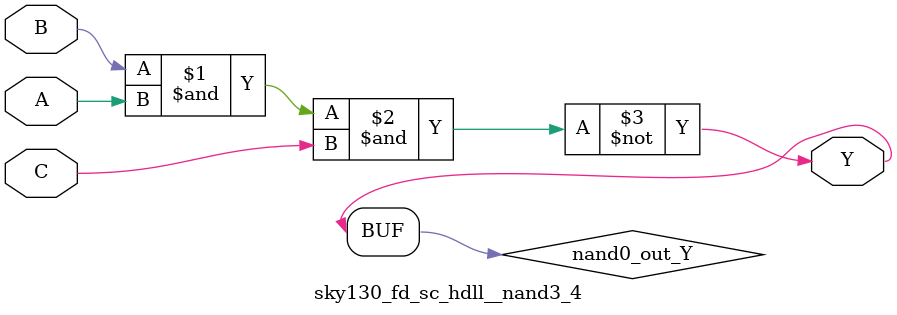
<source format=v>
/*
 * Copyright 2020 The SkyWater PDK Authors
 *
 * Licensed under the Apache License, Version 2.0 (the "License");
 * you may not use this file except in compliance with the License.
 * You may obtain a copy of the License at
 *
 *     https://www.apache.org/licenses/LICENSE-2.0
 *
 * Unless required by applicable law or agreed to in writing, software
 * distributed under the License is distributed on an "AS IS" BASIS,
 * WITHOUT WARRANTIES OR CONDITIONS OF ANY KIND, either express or implied.
 * See the License for the specific language governing permissions and
 * limitations under the License.
 *
 * SPDX-License-Identifier: Apache-2.0
*/


`ifndef SKY130_FD_SC_HDLL__NAND3_4_FUNCTIONAL_V
`define SKY130_FD_SC_HDLL__NAND3_4_FUNCTIONAL_V

/**
 * nand3: 3-input NAND.
 *
 * Verilog simulation functional model.
 */

`timescale 1ns / 1ps
`default_nettype none

`celldefine
module sky130_fd_sc_hdll__nand3_4 (
    Y,
    A,
    B,
    C
);

    // Module ports
    output Y;
    input  A;
    input  B;
    input  C;

    // Local signals
    wire nand0_out_Y;

    //   Name   Output       Other arguments
    nand nand0 (nand0_out_Y, B, A, C        );
    buf  buf0  (Y          , nand0_out_Y    );

endmodule
`endcelldefine

`default_nettype wire
`endif  // SKY130_FD_SC_HDLL__NAND3_4_FUNCTIONAL_V

</source>
